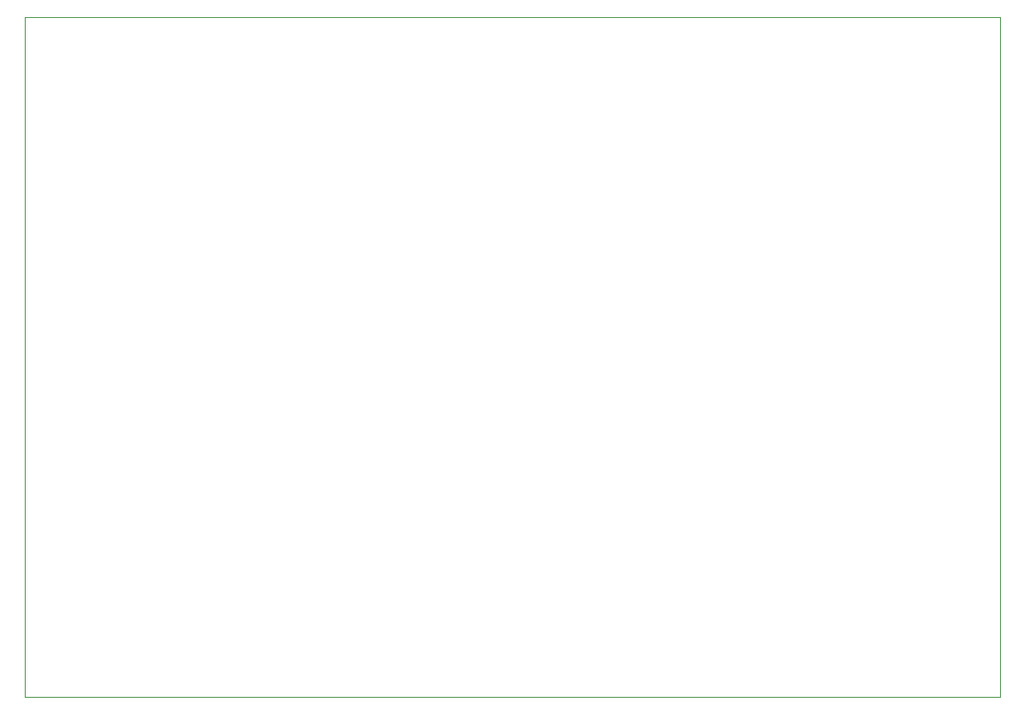
<source format=gbr>
%TF.GenerationSoftware,KiCad,Pcbnew,9.0.7*%
%TF.CreationDate,2026-01-22T13:23:29-08:00*%
%TF.ProjectId,charging-circuit,63686172-6769-46e6-972d-636972637569,rev?*%
%TF.SameCoordinates,Original*%
%TF.FileFunction,Profile,NP*%
%FSLAX46Y46*%
G04 Gerber Fmt 4.6, Leading zero omitted, Abs format (unit mm)*
G04 Created by KiCad (PCBNEW 9.0.7) date 2026-01-22 13:23:29*
%MOMM*%
%LPD*%
G01*
G04 APERTURE LIST*
%TA.AperFunction,Profile*%
%ADD10C,0.050000*%
%TD*%
G04 APERTURE END LIST*
D10*
X46990000Y-55880000D02*
X143510000Y-55880000D01*
X143510000Y-123190000D01*
X46990000Y-123190000D01*
X46990000Y-55880000D01*
M02*

</source>
